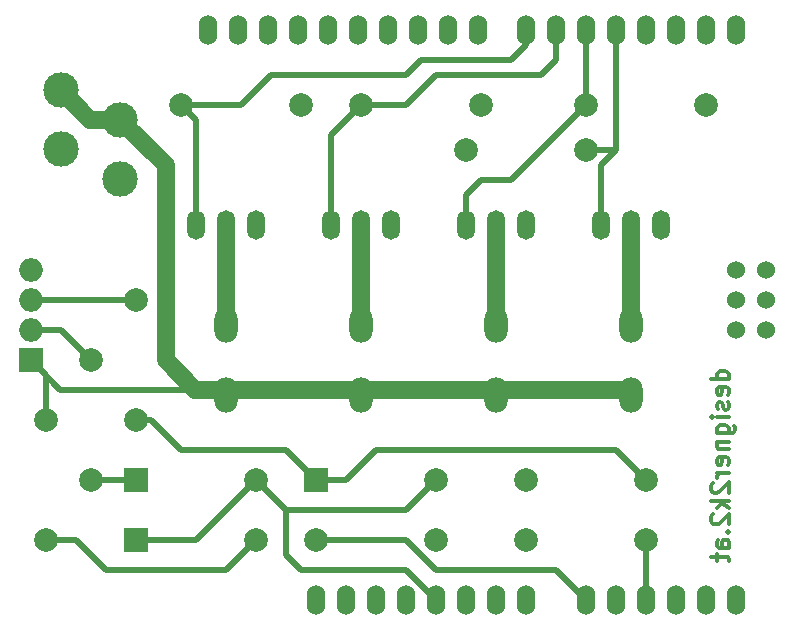
<source format=gbl>
%TF.GenerationSoftware,KiCad,Pcbnew,(6.0.8)*%
%TF.CreationDate,2022-10-08T06:19:35+02:00*%
%TF.ProjectId,BatteryTester,42617474-6572-4795-9465-737465722e6b,rev?*%
%TF.SameCoordinates,Original*%
%TF.FileFunction,Copper,L2,Bot*%
%TF.FilePolarity,Positive*%
%FSLAX46Y46*%
G04 Gerber Fmt 4.6, Leading zero omitted, Abs format (unit mm)*
G04 Created by KiCad (PCBNEW (6.0.8)) date 2022-10-08 06:19:35*
%MOMM*%
%LPD*%
G01*
G04 APERTURE LIST*
%ADD10C,0.300000*%
%TA.AperFunction,NonConductor*%
%ADD11C,0.300000*%
%TD*%
%TA.AperFunction,ComponentPad*%
%ADD12C,1.998980*%
%TD*%
%TA.AperFunction,ComponentPad*%
%ADD13R,1.998980X1.998980*%
%TD*%
%TA.AperFunction,ComponentPad*%
%ADD14C,3.000000*%
%TD*%
%TA.AperFunction,ComponentPad*%
%ADD15O,1.501140X2.499360*%
%TD*%
%TA.AperFunction,ComponentPad*%
%ADD16O,1.998980X2.999740*%
%TD*%
%TA.AperFunction,ComponentPad*%
%ADD17O,1.524000X2.540000*%
%TD*%
%TA.AperFunction,ComponentPad*%
%ADD18C,1.524000*%
%TD*%
%TA.AperFunction,ComponentPad*%
%ADD19O,1.998980X1.998980*%
%TD*%
%TA.AperFunction,Conductor*%
%ADD20C,0.500000*%
%TD*%
%TA.AperFunction,Conductor*%
%ADD21C,0.254000*%
%TD*%
%TA.AperFunction,Conductor*%
%ADD22C,1.500000*%
%TD*%
G04 APERTURE END LIST*
D10*
D11*
X211498571Y-82920000D02*
X209998571Y-82920000D01*
X211427142Y-82920000D02*
X211498571Y-82777142D01*
X211498571Y-82491428D01*
X211427142Y-82348571D01*
X211355714Y-82277142D01*
X211212857Y-82205714D01*
X210784285Y-82205714D01*
X210641428Y-82277142D01*
X210570000Y-82348571D01*
X210498571Y-82491428D01*
X210498571Y-82777142D01*
X210570000Y-82920000D01*
X211427142Y-84205714D02*
X211498571Y-84062857D01*
X211498571Y-83777142D01*
X211427142Y-83634285D01*
X211284285Y-83562857D01*
X210712857Y-83562857D01*
X210570000Y-83634285D01*
X210498571Y-83777142D01*
X210498571Y-84062857D01*
X210570000Y-84205714D01*
X210712857Y-84277142D01*
X210855714Y-84277142D01*
X210998571Y-83562857D01*
X211427142Y-84848571D02*
X211498571Y-84991428D01*
X211498571Y-85277142D01*
X211427142Y-85420000D01*
X211284285Y-85491428D01*
X211212857Y-85491428D01*
X211070000Y-85420000D01*
X210998571Y-85277142D01*
X210998571Y-85062857D01*
X210927142Y-84920000D01*
X210784285Y-84848571D01*
X210712857Y-84848571D01*
X210570000Y-84920000D01*
X210498571Y-85062857D01*
X210498571Y-85277142D01*
X210570000Y-85420000D01*
X211498571Y-86134285D02*
X210498571Y-86134285D01*
X209998571Y-86134285D02*
X210070000Y-86062857D01*
X210141428Y-86134285D01*
X210070000Y-86205714D01*
X209998571Y-86134285D01*
X210141428Y-86134285D01*
X210498571Y-87491428D02*
X211712857Y-87491428D01*
X211855714Y-87420000D01*
X211927142Y-87348571D01*
X211998571Y-87205714D01*
X211998571Y-86991428D01*
X211927142Y-86848571D01*
X211427142Y-87491428D02*
X211498571Y-87348571D01*
X211498571Y-87062857D01*
X211427142Y-86920000D01*
X211355714Y-86848571D01*
X211212857Y-86777142D01*
X210784285Y-86777142D01*
X210641428Y-86848571D01*
X210570000Y-86920000D01*
X210498571Y-87062857D01*
X210498571Y-87348571D01*
X210570000Y-87491428D01*
X210498571Y-88205714D02*
X211498571Y-88205714D01*
X210641428Y-88205714D02*
X210570000Y-88277142D01*
X210498571Y-88420000D01*
X210498571Y-88634285D01*
X210570000Y-88777142D01*
X210712857Y-88848571D01*
X211498571Y-88848571D01*
X211427142Y-90134285D02*
X211498571Y-89991428D01*
X211498571Y-89705714D01*
X211427142Y-89562857D01*
X211284285Y-89491428D01*
X210712857Y-89491428D01*
X210570000Y-89562857D01*
X210498571Y-89705714D01*
X210498571Y-89991428D01*
X210570000Y-90134285D01*
X210712857Y-90205714D01*
X210855714Y-90205714D01*
X210998571Y-89491428D01*
X211498571Y-90848571D02*
X210498571Y-90848571D01*
X210784285Y-90848571D02*
X210641428Y-90920000D01*
X210570000Y-90991428D01*
X210498571Y-91134285D01*
X210498571Y-91277142D01*
X210141428Y-91705714D02*
X210070000Y-91777142D01*
X209998571Y-91920000D01*
X209998571Y-92277142D01*
X210070000Y-92420000D01*
X210141428Y-92491428D01*
X210284285Y-92562857D01*
X210427142Y-92562857D01*
X210641428Y-92491428D01*
X211498571Y-91634285D01*
X211498571Y-92562857D01*
X211498571Y-93205714D02*
X209998571Y-93205714D01*
X210927142Y-93348571D02*
X211498571Y-93777142D01*
X210498571Y-93777142D02*
X211070000Y-93205714D01*
X210141428Y-94348571D02*
X210070000Y-94420000D01*
X209998571Y-94562857D01*
X209998571Y-94920000D01*
X210070000Y-95062857D01*
X210141428Y-95134285D01*
X210284285Y-95205714D01*
X210427142Y-95205714D01*
X210641428Y-95134285D01*
X211498571Y-94277142D01*
X211498571Y-95205714D01*
X211355714Y-95848571D02*
X211427142Y-95920000D01*
X211498571Y-95848571D01*
X211427142Y-95777142D01*
X211355714Y-95848571D01*
X211498571Y-95848571D01*
X211498571Y-97205714D02*
X210712857Y-97205714D01*
X210570000Y-97134285D01*
X210498571Y-96991428D01*
X210498571Y-96705714D01*
X210570000Y-96562857D01*
X211427142Y-97205714D02*
X211498571Y-97062857D01*
X211498571Y-96705714D01*
X211427142Y-96562857D01*
X211284285Y-96491428D01*
X211141428Y-96491428D01*
X210998571Y-96562857D01*
X210927142Y-96705714D01*
X210927142Y-97062857D01*
X210855714Y-97205714D01*
X210498571Y-97705714D02*
X210498571Y-98277142D01*
X209998571Y-97920000D02*
X211284285Y-97920000D01*
X211427142Y-97991428D01*
X211498571Y-98134285D01*
X211498571Y-98277142D01*
D12*
%TO.P,D1,1*%
%TO.N,Net-(D1-Pad1)*%
X171450000Y-96520000D03*
D13*
%TO.P,D1,2*%
%TO.N,+5V*%
X161290000Y-96520000D03*
%TD*%
D14*
%TO.P,P1,1*%
%TO.N,Net-(P1-Pad1)*%
X159941260Y-60919360D03*
X154940000Y-58420000D03*
%TO.P,P1,2*%
%TO.N,GND*%
X159941260Y-65919360D03*
X154940000Y-63420000D03*
%TD*%
D15*
%TO.P,Q1,D*%
%TO.N,Net-(Q1-PadD)*%
X168910000Y-69850000D03*
%TO.P,Q1,G*%
%TO.N,Net-(Q1-PadG)*%
X166370000Y-69850000D03*
%TO.P,Q1,S*%
%TO.N,GND*%
X171450000Y-69850000D03*
%TD*%
%TO.P,Q2,D*%
%TO.N,Net-(Q2-PadD)*%
X180340000Y-69850000D03*
%TO.P,Q2,G*%
%TO.N,Net-(Q2-PadG)*%
X177800000Y-69850000D03*
%TO.P,Q2,S*%
%TO.N,GND*%
X182880000Y-69850000D03*
%TD*%
%TO.P,Q3,D*%
%TO.N,Net-(Q3-PadD)*%
X191770000Y-69850000D03*
%TO.P,Q3,G*%
%TO.N,Net-(Q3-PadG)*%
X189230000Y-69850000D03*
%TO.P,Q3,S*%
%TO.N,GND*%
X194310000Y-69850000D03*
%TD*%
%TO.P,Q4,D*%
%TO.N,Net-(Q4-PadD)*%
X203200000Y-69850000D03*
%TO.P,Q4,G*%
%TO.N,Net-(Q4-PadG)*%
X200660000Y-69850000D03*
%TO.P,Q4,S*%
%TO.N,GND*%
X205740000Y-69850000D03*
%TD*%
D16*
%TO.P,R4,1*%
%TO.N,Net-(P1-Pad1)*%
X168910000Y-84279740D03*
%TO.P,R4,2*%
%TO.N,Net-(Q1-PadD)*%
X168910000Y-78280260D03*
%TD*%
%TO.P,R6,1*%
%TO.N,Net-(P1-Pad1)*%
X180340000Y-84279740D03*
%TO.P,R6,2*%
%TO.N,Net-(Q2-PadD)*%
X180340000Y-78280260D03*
%TD*%
%TO.P,R8,1*%
%TO.N,Net-(P1-Pad1)*%
X191770000Y-84279740D03*
%TO.P,R8,2*%
%TO.N,Net-(Q3-PadD)*%
X191770000Y-78280260D03*
%TD*%
%TO.P,R10,1*%
%TO.N,Net-(P1-Pad1)*%
X203200000Y-84279740D03*
%TO.P,R10,2*%
%TO.N,Net-(Q4-PadD)*%
X203200000Y-78280260D03*
%TD*%
D17*
%TO.P,SHIELD1,0*%
%TO.N,Net-(SHIELD1-Pad0)*%
X212090000Y-53340000D03*
%TO.P,SHIELD1,1*%
%TO.N,Net-(SHIELD1-Pad1)*%
X209550000Y-53340000D03*
%TO.P,SHIELD1,2*%
%TO.N,Net-(SHIELD1-Pad2)*%
X207010000Y-53340000D03*
%TO.P,SHIELD1,3*%
%TO.N,Net-(SHIELD1-Pad3)*%
X204470000Y-53340000D03*
%TO.P,SHIELD1,3V3*%
%TO.N,Net-(SHIELD1-Pad3V3)*%
X184150000Y-101600000D03*
%TO.P,SHIELD1,4*%
%TO.N,Net-(Q4-PadG)*%
X201930000Y-53340000D03*
%TO.P,SHIELD1,5*%
%TO.N,Net-(Q3-PadG)*%
X199390000Y-53340000D03*
%TO.P,SHIELD1,5V*%
%TO.N,+5V*%
X186690000Y-101600000D03*
%TO.P,SHIELD1,6*%
%TO.N,Net-(Q2-PadG)*%
X196850000Y-53340000D03*
%TO.P,SHIELD1,7*%
%TO.N,Net-(Q1-PadG)*%
X194310000Y-53340000D03*
%TO.P,SHIELD1,8*%
%TO.N,Net-(SHIELD1-Pad8)*%
X190246000Y-53340000D03*
%TO.P,SHIELD1,9*%
%TO.N,Net-(SHIELD1-Pad9)*%
X187706000Y-53340000D03*
%TO.P,SHIELD1,10*%
%TO.N,Net-(SHIELD1-Pad10)*%
X185166000Y-53340000D03*
%TO.P,SHIELD1,11*%
%TO.N,Net-(SHIELD1-Pad11)*%
X182626000Y-53340000D03*
%TO.P,SHIELD1,12*%
%TO.N,Net-(SHIELD1-Pad12)*%
X180086000Y-53340000D03*
%TO.P,SHIELD1,13*%
%TO.N,Net-(SHIELD1-Pad13)*%
X177546000Y-53340000D03*
%TO.P,SHIELD1,AD0*%
%TO.N,Net-(D1-Pad1)*%
X199390000Y-101600000D03*
%TO.P,SHIELD1,AD1*%
%TO.N,Net-(D3-Pad1)*%
X201930000Y-101600000D03*
%TO.P,SHIELD1,AD2*%
%TO.N,Net-(D2-Pad1)*%
X204470000Y-101600000D03*
%TO.P,SHIELD1,AD3*%
%TO.N,Net-(SHIELD1-PadAD3)*%
X207010000Y-101600000D03*
%TO.P,SHIELD1,AD4*%
%TO.N,Net-(SHIELD1-PadAD4)*%
X209550000Y-101600000D03*
%TO.P,SHIELD1,AD5*%
%TO.N,Net-(SHIELD1-PadAD5)*%
X212090000Y-101600000D03*
%TO.P,SHIELD1,AREF*%
%TO.N,Net-(SHIELD1-PadAREF)*%
X172466000Y-53340000D03*
%TO.P,SHIELD1,GND1*%
%TO.N,GND*%
X189230000Y-101600000D03*
%TO.P,SHIELD1,GND2*%
X191770000Y-101600000D03*
%TO.P,SHIELD1,GND3*%
%TO.N,Net-(SHIELD1-PadGND3)*%
X175006000Y-53340000D03*
%TO.P,SHIELD1,IO_R*%
%TO.N,Net-(SHIELD1-PadIO_R)*%
X179070000Y-101600000D03*
%TO.P,SHIELD1,NC*%
%TO.N,Net-(SHIELD1-PadNC)*%
X176530000Y-101600000D03*
%TO.P,SHIELD1,RST*%
%TO.N,Net-(SHIELD1-PadRST)*%
X181610000Y-101600000D03*
%TO.P,SHIELD1,SCL*%
%TO.N,Net-(SHIELD1-PadSCL)*%
X167386000Y-53340000D03*
%TO.P,SHIELD1,SDA*%
%TO.N,Net-(SHIELD1-PadSDA)*%
X169926000Y-53340000D03*
D18*
%TO.P,SHIELD1,SP1*%
%TO.N,Net-(SHIELD1-PadSP1)*%
X212090000Y-73660000D03*
%TO.P,SHIELD1,SP2*%
%TO.N,Net-(SHIELD1-PadSP2)*%
X214630000Y-73660000D03*
%TO.P,SHIELD1,SP3*%
%TO.N,Net-(SHIELD1-PadSP3)*%
X212090000Y-76200000D03*
%TO.P,SHIELD1,SP4*%
%TO.N,Net-(SHIELD1-PadSP4)*%
X214630000Y-76200000D03*
%TO.P,SHIELD1,SP5*%
%TO.N,Net-(SHIELD1-PadSP5)*%
X212090000Y-78740000D03*
%TO.P,SHIELD1,SP6*%
%TO.N,Net-(SHIELD1-PadSP6)*%
X214630000Y-78740000D03*
D17*
%TO.P,SHIELD1,V_IN*%
%TO.N,Net-(SHIELD1-PadV_IN)*%
X194310000Y-101600000D03*
%TD*%
D13*
%TO.P,D2,1*%
%TO.N,Net-(D2-Pad1)*%
X161290000Y-91437460D03*
D12*
%TO.P,D2,2*%
%TO.N,+5V*%
X171450000Y-91437460D03*
%TD*%
D13*
%TO.P,D3,1*%
%TO.N,Net-(D3-Pad1)*%
X176530000Y-91437460D03*
D12*
%TO.P,D3,2*%
%TO.N,+5V*%
X186690000Y-91437460D03*
%TD*%
D13*
%TO.P,P2,1*%
%TO.N,Net-(P1-Pad1)*%
X152400000Y-81280000D03*
D19*
%TO.P,P2,2*%
%TO.N,Net-(P2-Pad2)*%
X152400000Y-78740000D03*
%TO.P,P2,3*%
%TO.N,Net-(P2-Pad3)*%
X152400000Y-76200000D03*
%TO.P,P2,4*%
%TO.N,GND*%
X152400000Y-73660000D03*
%TD*%
D12*
%TO.P,R1,1*%
%TO.N,Net-(P1-Pad1)*%
X153670000Y-86360000D03*
%TO.P,R1,2*%
%TO.N,Net-(D1-Pad1)*%
X153670000Y-96520000D03*
%TD*%
%TO.P,R2,1*%
%TO.N,Net-(D1-Pad1)*%
X176530000Y-96520000D03*
%TO.P,R2,2*%
%TO.N,GND*%
X186690000Y-96520000D03*
%TD*%
%TO.P,R3,1*%
%TO.N,Net-(Q1-PadG)*%
X165100000Y-59690000D03*
%TO.P,R3,2*%
%TO.N,GND*%
X175260000Y-59690000D03*
%TD*%
%TO.P,R5,1*%
%TO.N,Net-(Q2-PadG)*%
X180340000Y-59690000D03*
%TO.P,R5,2*%
%TO.N,GND*%
X190500000Y-59690000D03*
%TD*%
%TO.P,R7,1*%
%TO.N,Net-(Q3-PadG)*%
X199390000Y-59690000D03*
%TO.P,R7,2*%
%TO.N,GND*%
X209550000Y-59690000D03*
%TD*%
%TO.P,R9,1*%
%TO.N,Net-(Q4-PadG)*%
X199390000Y-63500000D03*
%TO.P,R9,2*%
%TO.N,GND*%
X189230000Y-63500000D03*
%TD*%
%TO.P,R11,1*%
%TO.N,Net-(P2-Pad2)*%
X157480000Y-81280000D03*
%TO.P,R11,2*%
%TO.N,Net-(D2-Pad1)*%
X157480000Y-91440000D03*
%TD*%
%TO.P,R12,1*%
%TO.N,Net-(D2-Pad1)*%
X204470000Y-96520000D03*
%TO.P,R12,2*%
%TO.N,GND*%
X194310000Y-96520000D03*
%TD*%
%TO.P,R13,1*%
%TO.N,Net-(P2-Pad3)*%
X161290000Y-76200000D03*
%TO.P,R13,2*%
%TO.N,Net-(D3-Pad1)*%
X161290000Y-86360000D03*
%TD*%
%TO.P,R14,1*%
%TO.N,Net-(D3-Pad1)*%
X204470000Y-91440000D03*
%TO.P,R14,2*%
%TO.N,GND*%
X194310000Y-91440000D03*
%TD*%
D20*
%TO.N,+5V*%
X186690000Y-91440000D02*
X184150000Y-93980000D01*
X184150000Y-93980000D02*
X173990000Y-93980000D01*
X173992540Y-93980000D02*
X171450000Y-91437460D01*
X171450000Y-91440000D02*
X166370000Y-96520000D01*
X166370000Y-96520000D02*
X161290000Y-96520000D01*
D21*
X173990000Y-93980000D02*
X173992540Y-93980000D01*
D20*
X173990000Y-97790000D02*
X175260000Y-99060000D01*
X175260000Y-99060000D02*
X184150000Y-99060000D01*
X184150000Y-99060000D02*
X186690000Y-101600000D01*
D21*
X186690000Y-91437460D02*
X186690000Y-91440000D01*
X171450000Y-91437460D02*
X171450000Y-91440000D01*
D20*
X173990000Y-93980000D02*
X173990000Y-97790000D01*
%TO.N,Net-(P1-Pad1)*%
X154899360Y-83779360D02*
X152400000Y-81280000D01*
X153670000Y-82550000D02*
X152400000Y-81280000D01*
D22*
X166329360Y-83779360D02*
X163830000Y-81280000D01*
X163830000Y-81280000D02*
X163830000Y-64808100D01*
X163830000Y-64808100D02*
X159941260Y-60919360D01*
X157439360Y-60919360D02*
X154940000Y-58420000D01*
X180340000Y-83779360D02*
X168910000Y-83779360D01*
X191770000Y-83779360D02*
X180340000Y-83779360D01*
X168910000Y-83779360D02*
X166329360Y-83779360D01*
D20*
X153670000Y-86360000D02*
X153670000Y-82550000D01*
D22*
X159941260Y-60919360D02*
X157439360Y-60919360D01*
D20*
X168910000Y-83779360D02*
X154899360Y-83779360D01*
D22*
X203200000Y-83779360D02*
X191770000Y-83779360D01*
D20*
%TO.N,Net-(Q1-PadG)*%
X166370000Y-60960000D02*
X165100000Y-59690000D01*
X170180000Y-59690000D02*
X172720000Y-57150000D01*
X172720000Y-57150000D02*
X184150000Y-57150000D01*
X184150000Y-57150000D02*
X185420000Y-55880000D01*
X185420000Y-55880000D02*
X191770000Y-55880000D01*
X191770000Y-55880000D02*
X193040000Y-55880000D01*
X166370000Y-69850000D02*
X166370000Y-60960000D01*
X170180000Y-59690000D02*
X165100000Y-59690000D01*
X194310000Y-54610000D02*
X193040000Y-55880000D01*
X194310000Y-53340000D02*
X194310000Y-54610000D01*
D22*
%TO.N,Net-(Q1-PadD)*%
X168910000Y-78780640D02*
X168910000Y-69850000D01*
D20*
%TO.N,Net-(Q2-PadG)*%
X177800000Y-62230000D02*
X180340000Y-59690000D01*
X184150000Y-59690000D02*
X186690000Y-57150000D01*
X186690000Y-57150000D02*
X195580000Y-57150000D01*
X195580000Y-57150000D02*
X196850000Y-55880000D01*
X196850000Y-55880000D02*
X196850000Y-53340000D01*
X180340000Y-59690000D02*
X184150000Y-59690000D01*
X177800000Y-69850000D02*
X177800000Y-62230000D01*
D22*
%TO.N,Net-(Q2-PadD)*%
X180340000Y-78780640D02*
X180340000Y-69850000D01*
D20*
%TO.N,Net-(Q3-PadG)*%
X199390000Y-59690000D02*
X193040000Y-66040000D01*
X193040000Y-66040000D02*
X190500000Y-66040000D01*
X190500000Y-66040000D02*
X189230000Y-67310000D01*
X189230000Y-67310000D02*
X189230000Y-69850000D01*
X199390000Y-59690000D02*
X199390000Y-53340000D01*
X199390000Y-59690000D02*
X199390000Y-59690000D01*
D22*
%TO.N,Net-(Q3-PadD)*%
X191770000Y-78780640D02*
X191770000Y-69850000D01*
D20*
%TO.N,Net-(Q4-PadG)*%
X200660000Y-64770000D02*
X201930000Y-63500000D01*
X201930000Y-63500000D02*
X201930000Y-53340000D01*
X199390000Y-63500000D02*
X201930000Y-63500000D01*
X200660000Y-69850000D02*
X200660000Y-64770000D01*
D22*
%TO.N,Net-(Q4-PadD)*%
X203200000Y-78780640D02*
X203200000Y-69850000D01*
D20*
%TO.N,Net-(D1-Pad1)*%
X184150000Y-96520000D02*
X186690000Y-99060000D01*
X186690000Y-99060000D02*
X196850000Y-99060000D01*
X196850000Y-99060000D02*
X199390000Y-101600000D01*
X156210000Y-96520000D02*
X158750000Y-99060000D01*
X158750000Y-99060000D02*
X168910000Y-99060000D01*
X168910000Y-99060000D02*
X171450000Y-96520000D01*
X153670000Y-96520000D02*
X156210000Y-96520000D01*
X176530000Y-96520000D02*
X184150000Y-96520000D01*
%TO.N,Net-(D3-Pad1)*%
X162560000Y-86360000D02*
X165100000Y-88900000D01*
X165100000Y-88900000D02*
X173992540Y-88900000D01*
X173992540Y-88900000D02*
X176530000Y-91437460D01*
X179072540Y-91437460D02*
X181610000Y-88900000D01*
X181610000Y-88900000D02*
X201930000Y-88900000D01*
X203200000Y-90170000D02*
X204470000Y-91440000D01*
X161290000Y-86360000D02*
X162560000Y-86360000D01*
X201930000Y-88900000D02*
X203200000Y-90170000D01*
X176530000Y-91437460D02*
X179072540Y-91437460D01*
D21*
%TO.N,Net-(D2-Pad1)*%
X161287460Y-91440000D02*
X161290000Y-91437460D01*
D20*
X157480000Y-91440000D02*
X161287460Y-91440000D01*
X204470000Y-96520000D02*
X204470000Y-101600000D01*
%TO.N,Net-(P2-Pad2)*%
X154940000Y-78740000D02*
X152400000Y-78740000D01*
X157480000Y-81280000D02*
X154940000Y-78740000D01*
%TO.N,Net-(P2-Pad3)*%
X161290000Y-76200000D02*
X152400000Y-76200000D01*
%TD*%
M02*

</source>
